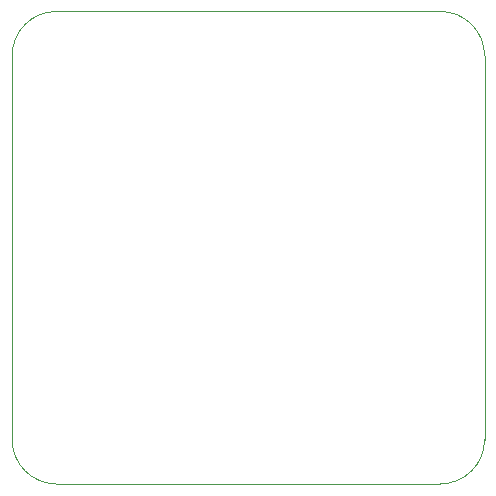
<source format=gbr>
%TF.GenerationSoftware,KiCad,Pcbnew,8.0.7*%
%TF.CreationDate,2024-12-29T21:32:39+01:00*%
%TF.ProjectId,stackflex_feature_air_qual,73746163-6b66-46c6-9578-5f6665617475,1*%
%TF.SameCoordinates,Original*%
%TF.FileFunction,Profile,NP*%
%FSLAX46Y46*%
G04 Gerber Fmt 4.6, Leading zero omitted, Abs format (unit mm)*
G04 Created by KiCad (PCBNEW 8.0.7) date 2024-12-29 21:32:39*
%MOMM*%
%LPD*%
G01*
G04 APERTURE LIST*
%TA.AperFunction,Profile*%
%ADD10C,0.050000*%
%TD*%
G04 APERTURE END LIST*
D10*
X-16256000Y-20000000D02*
G75*
G02*
X-20000000Y-16256000I0J3744000D01*
G01*
X20000000Y16256000D02*
X20000000Y-16256000D01*
X0Y20000000D02*
X16256000Y20000000D01*
X16256000Y20000000D02*
G75*
G02*
X20000000Y16256000I0J-3744000D01*
G01*
X-20000000Y16256000D02*
G75*
G02*
X-16256000Y20000000I3744000J0D01*
G01*
X0Y20000000D02*
X-16256000Y20000000D01*
X20000000Y-16256000D02*
G75*
G02*
X16256000Y-20000000I-3744000J0D01*
G01*
X-16256000Y-20000000D02*
X16256000Y-20000000D01*
X-20000000Y16256000D02*
X-20000000Y-16256000D01*
M02*

</source>
